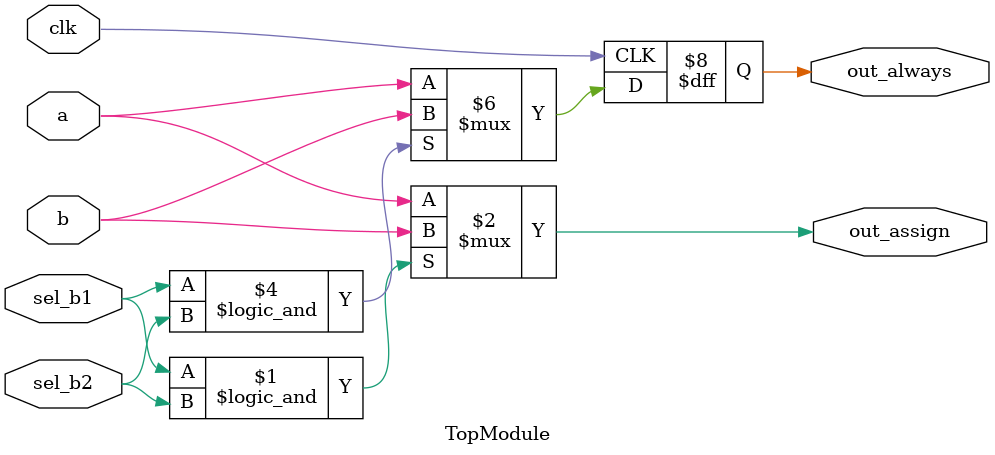
<source format=sv>

module TopModule (
  input a,
  input b,
  input sel_b1,
  input sel_b2,
  output out_assign,
  output reg out_always,
  input clk // added clock signal to the module interface
);

// Assign statement implementation
assign out_assign = (sel_b1 && sel_b2) ? b : a;

// Always block implementation
always @(posedge clk)
begin
  if (sel_b1 && sel_b2)
    out_always <= b;
  else
    out_always <= a;
end

endmodule

// VERILOG-EVAL: errant inclusion of module definition

</source>
